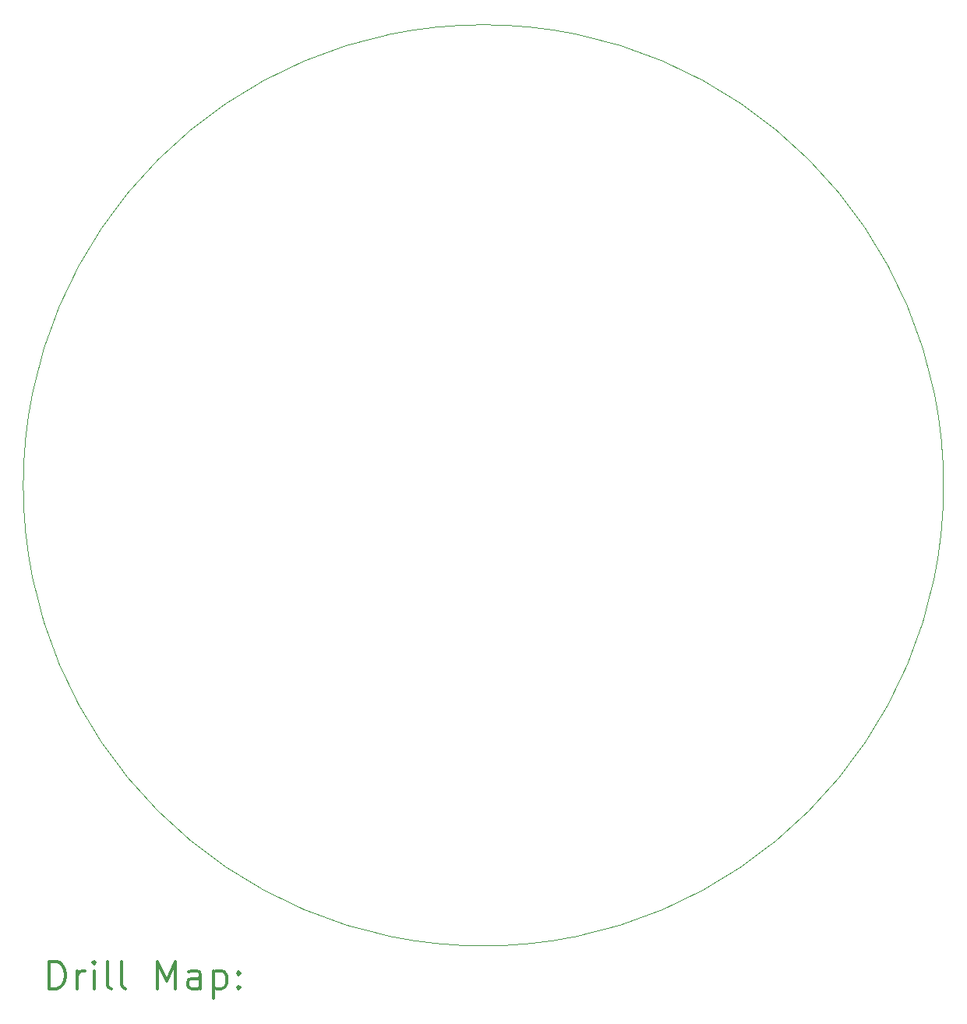
<source format=gbr>
%FSLAX45Y45*%
G04 Gerber Fmt 4.5, Leading zero omitted, Abs format (unit mm)*
G04 Created by KiCad (PCBNEW (5.1.6)-1) date 2021-08-11 16:30:21*
%MOMM*%
%LPD*%
G01*
G04 APERTURE LIST*
%TA.AperFunction,Profile*%
%ADD10C,0.050000*%
%TD*%
%ADD11C,0.200000*%
%ADD12C,0.300000*%
G04 APERTURE END LIST*
D10*
X16794734Y-6633718D02*
G75*
G03*
X16794734Y-6633718I-5000000J0D01*
G01*
D11*
D12*
X7078662Y-12101932D02*
X7078662Y-11801932D01*
X7150091Y-11801932D01*
X7192948Y-11816218D01*
X7221520Y-11844789D01*
X7235805Y-11873361D01*
X7250091Y-11930504D01*
X7250091Y-11973361D01*
X7235805Y-12030504D01*
X7221520Y-12059075D01*
X7192948Y-12087647D01*
X7150091Y-12101932D01*
X7078662Y-12101932D01*
X7378662Y-12101932D02*
X7378662Y-11901932D01*
X7378662Y-11959075D02*
X7392948Y-11930504D01*
X7407234Y-11916218D01*
X7435805Y-11901932D01*
X7464377Y-11901932D01*
X7564377Y-12101932D02*
X7564377Y-11901932D01*
X7564377Y-11801932D02*
X7550091Y-11816218D01*
X7564377Y-11830504D01*
X7578662Y-11816218D01*
X7564377Y-11801932D01*
X7564377Y-11830504D01*
X7750091Y-12101932D02*
X7721520Y-12087647D01*
X7707234Y-12059075D01*
X7707234Y-11801932D01*
X7907234Y-12101932D02*
X7878662Y-12087647D01*
X7864377Y-12059075D01*
X7864377Y-11801932D01*
X8250091Y-12101932D02*
X8250091Y-11801932D01*
X8350091Y-12016218D01*
X8450091Y-11801932D01*
X8450091Y-12101932D01*
X8721520Y-12101932D02*
X8721520Y-11944789D01*
X8707234Y-11916218D01*
X8678662Y-11901932D01*
X8621520Y-11901932D01*
X8592948Y-11916218D01*
X8721520Y-12087647D02*
X8692948Y-12101932D01*
X8621520Y-12101932D01*
X8592948Y-12087647D01*
X8578662Y-12059075D01*
X8578662Y-12030504D01*
X8592948Y-12001932D01*
X8621520Y-11987647D01*
X8692948Y-11987647D01*
X8721520Y-11973361D01*
X8864377Y-11901932D02*
X8864377Y-12201932D01*
X8864377Y-11916218D02*
X8892948Y-11901932D01*
X8950091Y-11901932D01*
X8978662Y-11916218D01*
X8992948Y-11930504D01*
X9007234Y-11959075D01*
X9007234Y-12044789D01*
X8992948Y-12073361D01*
X8978662Y-12087647D01*
X8950091Y-12101932D01*
X8892948Y-12101932D01*
X8864377Y-12087647D01*
X9135805Y-12073361D02*
X9150091Y-12087647D01*
X9135805Y-12101932D01*
X9121520Y-12087647D01*
X9135805Y-12073361D01*
X9135805Y-12101932D01*
X9135805Y-11916218D02*
X9150091Y-11930504D01*
X9135805Y-11944789D01*
X9121520Y-11930504D01*
X9135805Y-11916218D01*
X9135805Y-11944789D01*
M02*

</source>
